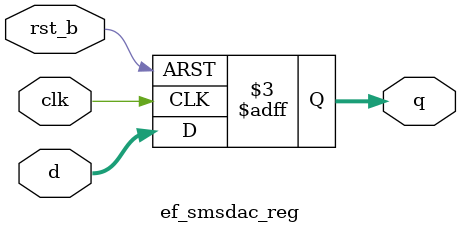
<source format=v>
/*
 * Copyright (c) 2024 Eric Fogleman
 * SPDX-License-Identifier: Apache-2.0
 *
 * wrapper for retiming register
 * retime all DAC outputs to posedge clk
 */
 
module ef_smsdac_reg( clk, rst_b, d, q );

  input clk;
  input rst_b;
  input  [7:0] d;
  output  [7:0] q;

	reg [7:0] q;

	always @( posedge clk, negedge rst_b ) 
		if ( rst_b == 1'b0 ) 
			q <= 0;
		else
			q <= d;

endmodule

</source>
